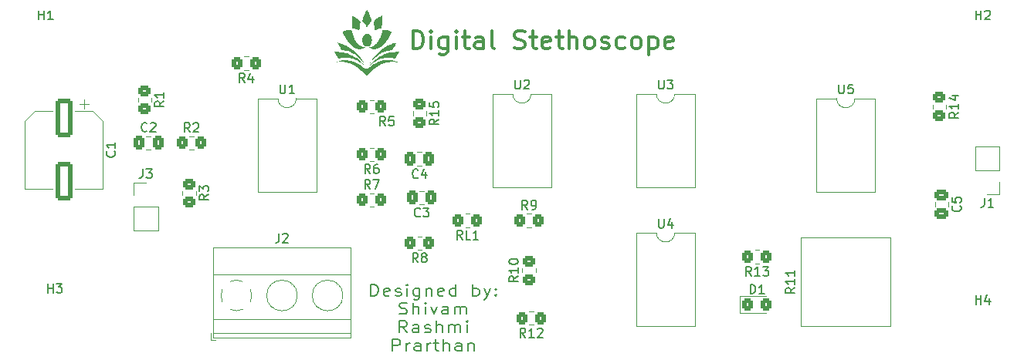
<source format=gto>
G04 #@! TF.GenerationSoftware,KiCad,Pcbnew,(6.0.10)*
G04 #@! TF.CreationDate,2023-03-10T15:43:37+05:30*
G04 #@! TF.ProjectId,EDL,45444c2e-6b69-4636-9164-5f7063625858,rev?*
G04 #@! TF.SameCoordinates,Original*
G04 #@! TF.FileFunction,Legend,Top*
G04 #@! TF.FilePolarity,Positive*
%FSLAX46Y46*%
G04 Gerber Fmt 4.6, Leading zero omitted, Abs format (unit mm)*
G04 Created by KiCad (PCBNEW (6.0.10)) date 2023-03-10 15:43:37*
%MOMM*%
%LPD*%
G01*
G04 APERTURE LIST*
G04 Aperture macros list*
%AMRoundRect*
0 Rectangle with rounded corners*
0 $1 Rounding radius*
0 $2 $3 $4 $5 $6 $7 $8 $9 X,Y pos of 4 corners*
0 Add a 4 corners polygon primitive as box body*
4,1,4,$2,$3,$4,$5,$6,$7,$8,$9,$2,$3,0*
0 Add four circle primitives for the rounded corners*
1,1,$1+$1,$2,$3*
1,1,$1+$1,$4,$5*
1,1,$1+$1,$6,$7*
1,1,$1+$1,$8,$9*
0 Add four rect primitives between the rounded corners*
20,1,$1+$1,$2,$3,$4,$5,0*
20,1,$1+$1,$4,$5,$6,$7,0*
20,1,$1+$1,$6,$7,$8,$9,0*
20,1,$1+$1,$8,$9,$2,$3,0*%
G04 Aperture macros list end*
%ADD10C,0.150000*%
%ADD11C,0.300000*%
%ADD12C,0.120000*%
%ADD13RoundRect,0.250000X0.350000X0.450000X-0.350000X0.450000X-0.350000X-0.450000X0.350000X-0.450000X0*%
%ADD14RoundRect,0.250000X-0.350000X-0.450000X0.350000X-0.450000X0.350000X0.450000X-0.350000X0.450000X0*%
%ADD15R,1.700000X1.700000*%
%ADD16O,1.700000X1.700000*%
%ADD17RoundRect,0.250000X0.450000X-0.350000X0.450000X0.350000X-0.450000X0.350000X-0.450000X-0.350000X0*%
%ADD18C,1.440000*%
%ADD19RoundRect,0.250000X-0.475000X0.337500X-0.475000X-0.337500X0.475000X-0.337500X0.475000X0.337500X0*%
%ADD20R,1.600000X1.600000*%
%ADD21O,1.600000X1.600000*%
%ADD22RoundRect,0.250000X-0.700000X1.825000X-0.700000X-1.825000X0.700000X-1.825000X0.700000X1.825000X0*%
%ADD23RoundRect,0.250000X-0.450000X0.350000X-0.450000X-0.350000X0.450000X-0.350000X0.450000X0.350000X0*%
%ADD24RoundRect,0.250000X-0.325000X-0.450000X0.325000X-0.450000X0.325000X0.450000X-0.325000X0.450000X0*%
%ADD25C,5.000000*%
%ADD26C,2.900000*%
%ADD27RoundRect,0.250000X0.337500X0.475000X-0.337500X0.475000X-0.337500X-0.475000X0.337500X-0.475000X0*%
%ADD28R,2.600000X2.600000*%
%ADD29C,2.600000*%
%ADD30RoundRect,0.250000X-0.337500X-0.475000X0.337500X-0.475000X0.337500X0.475000X-0.337500X0.475000X0*%
G04 APERTURE END LIST*
D10*
X96177857Y-90954226D02*
X96177857Y-89704226D01*
X96535000Y-89704226D01*
X96749285Y-89763750D01*
X96892142Y-89882797D01*
X96963571Y-90001845D01*
X97035000Y-90239940D01*
X97035000Y-90418511D01*
X96963571Y-90656607D01*
X96892142Y-90775654D01*
X96749285Y-90894702D01*
X96535000Y-90954226D01*
X96177857Y-90954226D01*
X98249285Y-90894702D02*
X98106428Y-90954226D01*
X97820714Y-90954226D01*
X97677857Y-90894702D01*
X97606428Y-90775654D01*
X97606428Y-90299464D01*
X97677857Y-90180416D01*
X97820714Y-90120892D01*
X98106428Y-90120892D01*
X98249285Y-90180416D01*
X98320714Y-90299464D01*
X98320714Y-90418511D01*
X97606428Y-90537559D01*
X98892142Y-90894702D02*
X99035000Y-90954226D01*
X99320714Y-90954226D01*
X99463571Y-90894702D01*
X99535000Y-90775654D01*
X99535000Y-90716130D01*
X99463571Y-90597083D01*
X99320714Y-90537559D01*
X99106428Y-90537559D01*
X98963571Y-90478035D01*
X98892142Y-90358988D01*
X98892142Y-90299464D01*
X98963571Y-90180416D01*
X99106428Y-90120892D01*
X99320714Y-90120892D01*
X99463571Y-90180416D01*
X100177857Y-90954226D02*
X100177857Y-90120892D01*
X100177857Y-89704226D02*
X100106428Y-89763750D01*
X100177857Y-89823273D01*
X100249285Y-89763750D01*
X100177857Y-89704226D01*
X100177857Y-89823273D01*
X101535000Y-90120892D02*
X101535000Y-91132797D01*
X101463571Y-91251845D01*
X101392142Y-91311369D01*
X101249285Y-91370892D01*
X101035000Y-91370892D01*
X100892142Y-91311369D01*
X101535000Y-90894702D02*
X101392142Y-90954226D01*
X101106428Y-90954226D01*
X100963571Y-90894702D01*
X100892142Y-90835178D01*
X100820714Y-90716130D01*
X100820714Y-90358988D01*
X100892142Y-90239940D01*
X100963571Y-90180416D01*
X101106428Y-90120892D01*
X101392142Y-90120892D01*
X101535000Y-90180416D01*
X102249285Y-90120892D02*
X102249285Y-90954226D01*
X102249285Y-90239940D02*
X102320714Y-90180416D01*
X102463571Y-90120892D01*
X102677857Y-90120892D01*
X102820714Y-90180416D01*
X102892142Y-90299464D01*
X102892142Y-90954226D01*
X104177857Y-90894702D02*
X104035000Y-90954226D01*
X103749285Y-90954226D01*
X103606428Y-90894702D01*
X103535000Y-90775654D01*
X103535000Y-90299464D01*
X103606428Y-90180416D01*
X103749285Y-90120892D01*
X104035000Y-90120892D01*
X104177857Y-90180416D01*
X104249285Y-90299464D01*
X104249285Y-90418511D01*
X103535000Y-90537559D01*
X105535000Y-90954226D02*
X105535000Y-89704226D01*
X105535000Y-90894702D02*
X105392142Y-90954226D01*
X105106428Y-90954226D01*
X104963571Y-90894702D01*
X104892142Y-90835178D01*
X104820714Y-90716130D01*
X104820714Y-90358988D01*
X104892142Y-90239940D01*
X104963571Y-90180416D01*
X105106428Y-90120892D01*
X105392142Y-90120892D01*
X105535000Y-90180416D01*
X107392142Y-90954226D02*
X107392142Y-89704226D01*
X107392142Y-90180416D02*
X107535000Y-90120892D01*
X107820714Y-90120892D01*
X107963571Y-90180416D01*
X108035000Y-90239940D01*
X108106428Y-90358988D01*
X108106428Y-90716130D01*
X108035000Y-90835178D01*
X107963571Y-90894702D01*
X107820714Y-90954226D01*
X107535000Y-90954226D01*
X107392142Y-90894702D01*
X108606428Y-90120892D02*
X108963571Y-90954226D01*
X109320714Y-90120892D02*
X108963571Y-90954226D01*
X108820714Y-91251845D01*
X108749285Y-91311369D01*
X108606428Y-91370892D01*
X109892142Y-90835178D02*
X109963571Y-90894702D01*
X109892142Y-90954226D01*
X109820714Y-90894702D01*
X109892142Y-90835178D01*
X109892142Y-90954226D01*
X109892142Y-90180416D02*
X109963571Y-90239940D01*
X109892142Y-90299464D01*
X109820714Y-90239940D01*
X109892142Y-90180416D01*
X109892142Y-90299464D01*
X99320714Y-92907202D02*
X99535000Y-92966726D01*
X99892142Y-92966726D01*
X100035000Y-92907202D01*
X100106428Y-92847678D01*
X100177857Y-92728630D01*
X100177857Y-92609583D01*
X100106428Y-92490535D01*
X100035000Y-92431011D01*
X99892142Y-92371488D01*
X99606428Y-92311964D01*
X99463571Y-92252440D01*
X99392142Y-92192916D01*
X99320714Y-92073869D01*
X99320714Y-91954821D01*
X99392142Y-91835773D01*
X99463571Y-91776250D01*
X99606428Y-91716726D01*
X99963571Y-91716726D01*
X100177857Y-91776250D01*
X100820714Y-92966726D02*
X100820714Y-91716726D01*
X101463571Y-92966726D02*
X101463571Y-92311964D01*
X101392142Y-92192916D01*
X101249285Y-92133392D01*
X101035000Y-92133392D01*
X100892142Y-92192916D01*
X100820714Y-92252440D01*
X102177857Y-92966726D02*
X102177857Y-92133392D01*
X102177857Y-91716726D02*
X102106428Y-91776250D01*
X102177857Y-91835773D01*
X102249285Y-91776250D01*
X102177857Y-91716726D01*
X102177857Y-91835773D01*
X102749285Y-92133392D02*
X103106428Y-92966726D01*
X103463571Y-92133392D01*
X104677857Y-92966726D02*
X104677857Y-92311964D01*
X104606428Y-92192916D01*
X104463571Y-92133392D01*
X104177857Y-92133392D01*
X104035000Y-92192916D01*
X104677857Y-92907202D02*
X104535000Y-92966726D01*
X104177857Y-92966726D01*
X104035000Y-92907202D01*
X103963571Y-92788154D01*
X103963571Y-92669107D01*
X104035000Y-92550059D01*
X104177857Y-92490535D01*
X104535000Y-92490535D01*
X104677857Y-92431011D01*
X105392142Y-92966726D02*
X105392142Y-92133392D01*
X105392142Y-92252440D02*
X105463571Y-92192916D01*
X105606428Y-92133392D01*
X105820714Y-92133392D01*
X105963571Y-92192916D01*
X106035000Y-92311964D01*
X106035000Y-92966726D01*
X106035000Y-92311964D02*
X106106428Y-92192916D01*
X106249285Y-92133392D01*
X106463571Y-92133392D01*
X106606428Y-92192916D01*
X106677857Y-92311964D01*
X106677857Y-92966726D01*
X100177857Y-94979226D02*
X99677857Y-94383988D01*
X99320714Y-94979226D02*
X99320714Y-93729226D01*
X99892142Y-93729226D01*
X100035000Y-93788750D01*
X100106428Y-93848273D01*
X100177857Y-93967321D01*
X100177857Y-94145892D01*
X100106428Y-94264940D01*
X100035000Y-94324464D01*
X99892142Y-94383988D01*
X99320714Y-94383988D01*
X101463571Y-94979226D02*
X101463571Y-94324464D01*
X101392142Y-94205416D01*
X101249285Y-94145892D01*
X100963571Y-94145892D01*
X100820714Y-94205416D01*
X101463571Y-94919702D02*
X101320714Y-94979226D01*
X100963571Y-94979226D01*
X100820714Y-94919702D01*
X100749285Y-94800654D01*
X100749285Y-94681607D01*
X100820714Y-94562559D01*
X100963571Y-94503035D01*
X101320714Y-94503035D01*
X101463571Y-94443511D01*
X102106428Y-94919702D02*
X102249285Y-94979226D01*
X102535000Y-94979226D01*
X102677857Y-94919702D01*
X102749285Y-94800654D01*
X102749285Y-94741130D01*
X102677857Y-94622083D01*
X102535000Y-94562559D01*
X102320714Y-94562559D01*
X102177857Y-94503035D01*
X102106428Y-94383988D01*
X102106428Y-94324464D01*
X102177857Y-94205416D01*
X102320714Y-94145892D01*
X102535000Y-94145892D01*
X102677857Y-94205416D01*
X103392142Y-94979226D02*
X103392142Y-93729226D01*
X104035000Y-94979226D02*
X104035000Y-94324464D01*
X103963571Y-94205416D01*
X103820714Y-94145892D01*
X103606428Y-94145892D01*
X103463571Y-94205416D01*
X103392142Y-94264940D01*
X104749285Y-94979226D02*
X104749285Y-94145892D01*
X104749285Y-94264940D02*
X104820714Y-94205416D01*
X104963571Y-94145892D01*
X105177857Y-94145892D01*
X105320714Y-94205416D01*
X105392142Y-94324464D01*
X105392142Y-94979226D01*
X105392142Y-94324464D02*
X105463571Y-94205416D01*
X105606428Y-94145892D01*
X105820714Y-94145892D01*
X105963571Y-94205416D01*
X106035000Y-94324464D01*
X106035000Y-94979226D01*
X106749285Y-94979226D02*
X106749285Y-94145892D01*
X106749285Y-93729226D02*
X106677857Y-93788750D01*
X106749285Y-93848273D01*
X106820714Y-93788750D01*
X106749285Y-93729226D01*
X106749285Y-93848273D01*
X98570714Y-96991726D02*
X98570714Y-95741726D01*
X99142142Y-95741726D01*
X99285000Y-95801250D01*
X99356428Y-95860773D01*
X99427857Y-95979821D01*
X99427857Y-96158392D01*
X99356428Y-96277440D01*
X99285000Y-96336964D01*
X99142142Y-96396488D01*
X98570714Y-96396488D01*
X100070714Y-96991726D02*
X100070714Y-96158392D01*
X100070714Y-96396488D02*
X100142142Y-96277440D01*
X100213571Y-96217916D01*
X100356428Y-96158392D01*
X100499285Y-96158392D01*
X101642142Y-96991726D02*
X101642142Y-96336964D01*
X101570714Y-96217916D01*
X101427857Y-96158392D01*
X101142142Y-96158392D01*
X100999285Y-96217916D01*
X101642142Y-96932202D02*
X101499285Y-96991726D01*
X101142142Y-96991726D01*
X100999285Y-96932202D01*
X100927857Y-96813154D01*
X100927857Y-96694107D01*
X100999285Y-96575059D01*
X101142142Y-96515535D01*
X101499285Y-96515535D01*
X101642142Y-96456011D01*
X102356428Y-96991726D02*
X102356428Y-96158392D01*
X102356428Y-96396488D02*
X102427857Y-96277440D01*
X102499285Y-96217916D01*
X102642142Y-96158392D01*
X102785000Y-96158392D01*
X103070714Y-96158392D02*
X103642142Y-96158392D01*
X103285000Y-95741726D02*
X103285000Y-96813154D01*
X103356428Y-96932202D01*
X103499285Y-96991726D01*
X103642142Y-96991726D01*
X104142142Y-96991726D02*
X104142142Y-95741726D01*
X104785000Y-96991726D02*
X104785000Y-96336964D01*
X104713571Y-96217916D01*
X104570714Y-96158392D01*
X104356428Y-96158392D01*
X104213571Y-96217916D01*
X104142142Y-96277440D01*
X106142142Y-96991726D02*
X106142142Y-96336964D01*
X106070714Y-96217916D01*
X105927857Y-96158392D01*
X105642142Y-96158392D01*
X105499285Y-96217916D01*
X106142142Y-96932202D02*
X105999285Y-96991726D01*
X105642142Y-96991726D01*
X105499285Y-96932202D01*
X105427857Y-96813154D01*
X105427857Y-96694107D01*
X105499285Y-96575059D01*
X105642142Y-96515535D01*
X105999285Y-96515535D01*
X106142142Y-96456011D01*
X106856428Y-96158392D02*
X106856428Y-96991726D01*
X106856428Y-96277440D02*
X106927857Y-96217916D01*
X107070714Y-96158392D01*
X107285000Y-96158392D01*
X107427857Y-96217916D01*
X107499285Y-96336964D01*
X107499285Y-96991726D01*
D11*
X100796904Y-63824761D02*
X100796904Y-61824761D01*
X101273095Y-61824761D01*
X101558809Y-61920000D01*
X101749285Y-62110476D01*
X101844523Y-62300952D01*
X101939761Y-62681904D01*
X101939761Y-62967619D01*
X101844523Y-63348571D01*
X101749285Y-63539047D01*
X101558809Y-63729523D01*
X101273095Y-63824761D01*
X100796904Y-63824761D01*
X102796904Y-63824761D02*
X102796904Y-62491428D01*
X102796904Y-61824761D02*
X102701666Y-61920000D01*
X102796904Y-62015238D01*
X102892142Y-61920000D01*
X102796904Y-61824761D01*
X102796904Y-62015238D01*
X104606428Y-62491428D02*
X104606428Y-64110476D01*
X104511190Y-64300952D01*
X104415952Y-64396190D01*
X104225476Y-64491428D01*
X103939761Y-64491428D01*
X103749285Y-64396190D01*
X104606428Y-63729523D02*
X104415952Y-63824761D01*
X104035000Y-63824761D01*
X103844523Y-63729523D01*
X103749285Y-63634285D01*
X103654047Y-63443809D01*
X103654047Y-62872380D01*
X103749285Y-62681904D01*
X103844523Y-62586666D01*
X104035000Y-62491428D01*
X104415952Y-62491428D01*
X104606428Y-62586666D01*
X105558809Y-63824761D02*
X105558809Y-62491428D01*
X105558809Y-61824761D02*
X105463571Y-61920000D01*
X105558809Y-62015238D01*
X105654047Y-61920000D01*
X105558809Y-61824761D01*
X105558809Y-62015238D01*
X106225476Y-62491428D02*
X106987380Y-62491428D01*
X106511190Y-61824761D02*
X106511190Y-63539047D01*
X106606428Y-63729523D01*
X106796904Y-63824761D01*
X106987380Y-63824761D01*
X108511190Y-63824761D02*
X108511190Y-62777142D01*
X108415952Y-62586666D01*
X108225476Y-62491428D01*
X107844523Y-62491428D01*
X107654047Y-62586666D01*
X108511190Y-63729523D02*
X108320714Y-63824761D01*
X107844523Y-63824761D01*
X107654047Y-63729523D01*
X107558809Y-63539047D01*
X107558809Y-63348571D01*
X107654047Y-63158095D01*
X107844523Y-63062857D01*
X108320714Y-63062857D01*
X108511190Y-62967619D01*
X109749285Y-63824761D02*
X109558809Y-63729523D01*
X109463571Y-63539047D01*
X109463571Y-61824761D01*
X111939761Y-63729523D02*
X112225476Y-63824761D01*
X112701666Y-63824761D01*
X112892142Y-63729523D01*
X112987380Y-63634285D01*
X113082619Y-63443809D01*
X113082619Y-63253333D01*
X112987380Y-63062857D01*
X112892142Y-62967619D01*
X112701666Y-62872380D01*
X112320714Y-62777142D01*
X112130238Y-62681904D01*
X112035000Y-62586666D01*
X111939761Y-62396190D01*
X111939761Y-62205714D01*
X112035000Y-62015238D01*
X112130238Y-61920000D01*
X112320714Y-61824761D01*
X112796904Y-61824761D01*
X113082619Y-61920000D01*
X113654047Y-62491428D02*
X114415952Y-62491428D01*
X113939761Y-61824761D02*
X113939761Y-63539047D01*
X114035000Y-63729523D01*
X114225476Y-63824761D01*
X114415952Y-63824761D01*
X115844523Y-63729523D02*
X115654047Y-63824761D01*
X115273095Y-63824761D01*
X115082619Y-63729523D01*
X114987380Y-63539047D01*
X114987380Y-62777142D01*
X115082619Y-62586666D01*
X115273095Y-62491428D01*
X115654047Y-62491428D01*
X115844523Y-62586666D01*
X115939761Y-62777142D01*
X115939761Y-62967619D01*
X114987380Y-63158095D01*
X116511190Y-62491428D02*
X117273095Y-62491428D01*
X116796904Y-61824761D02*
X116796904Y-63539047D01*
X116892142Y-63729523D01*
X117082619Y-63824761D01*
X117273095Y-63824761D01*
X117939761Y-63824761D02*
X117939761Y-61824761D01*
X118796904Y-63824761D02*
X118796904Y-62777142D01*
X118701666Y-62586666D01*
X118511190Y-62491428D01*
X118225476Y-62491428D01*
X118035000Y-62586666D01*
X117939761Y-62681904D01*
X120035000Y-63824761D02*
X119844523Y-63729523D01*
X119749285Y-63634285D01*
X119654047Y-63443809D01*
X119654047Y-62872380D01*
X119749285Y-62681904D01*
X119844523Y-62586666D01*
X120035000Y-62491428D01*
X120320714Y-62491428D01*
X120511190Y-62586666D01*
X120606428Y-62681904D01*
X120701666Y-62872380D01*
X120701666Y-63443809D01*
X120606428Y-63634285D01*
X120511190Y-63729523D01*
X120320714Y-63824761D01*
X120035000Y-63824761D01*
X121463571Y-63729523D02*
X121654047Y-63824761D01*
X122035000Y-63824761D01*
X122225476Y-63729523D01*
X122320714Y-63539047D01*
X122320714Y-63443809D01*
X122225476Y-63253333D01*
X122035000Y-63158095D01*
X121749285Y-63158095D01*
X121558809Y-63062857D01*
X121463571Y-62872380D01*
X121463571Y-62777142D01*
X121558809Y-62586666D01*
X121749285Y-62491428D01*
X122035000Y-62491428D01*
X122225476Y-62586666D01*
X124035000Y-63729523D02*
X123844523Y-63824761D01*
X123463571Y-63824761D01*
X123273095Y-63729523D01*
X123177857Y-63634285D01*
X123082619Y-63443809D01*
X123082619Y-62872380D01*
X123177857Y-62681904D01*
X123273095Y-62586666D01*
X123463571Y-62491428D01*
X123844523Y-62491428D01*
X124035000Y-62586666D01*
X125177857Y-63824761D02*
X124987380Y-63729523D01*
X124892142Y-63634285D01*
X124796904Y-63443809D01*
X124796904Y-62872380D01*
X124892142Y-62681904D01*
X124987380Y-62586666D01*
X125177857Y-62491428D01*
X125463571Y-62491428D01*
X125654047Y-62586666D01*
X125749285Y-62681904D01*
X125844523Y-62872380D01*
X125844523Y-63443809D01*
X125749285Y-63634285D01*
X125654047Y-63729523D01*
X125463571Y-63824761D01*
X125177857Y-63824761D01*
X126701666Y-62491428D02*
X126701666Y-64491428D01*
X126701666Y-62586666D02*
X126892142Y-62491428D01*
X127273095Y-62491428D01*
X127463571Y-62586666D01*
X127558809Y-62681904D01*
X127654047Y-62872380D01*
X127654047Y-63443809D01*
X127558809Y-63634285D01*
X127463571Y-63729523D01*
X127273095Y-63824761D01*
X126892142Y-63824761D01*
X126701666Y-63729523D01*
X129273095Y-63729523D02*
X129082619Y-63824761D01*
X128701666Y-63824761D01*
X128511190Y-63729523D01*
X128415952Y-63539047D01*
X128415952Y-62777142D01*
X128511190Y-62586666D01*
X128701666Y-62491428D01*
X129082619Y-62491428D01*
X129273095Y-62586666D01*
X129368333Y-62777142D01*
X129368333Y-62967619D01*
X128415952Y-63158095D01*
D10*
X101368333Y-87272380D02*
X101035000Y-86796190D01*
X100796904Y-87272380D02*
X100796904Y-86272380D01*
X101177857Y-86272380D01*
X101273095Y-86320000D01*
X101320714Y-86367619D01*
X101368333Y-86462857D01*
X101368333Y-86605714D01*
X101320714Y-86700952D01*
X101273095Y-86748571D01*
X101177857Y-86796190D01*
X100796904Y-86796190D01*
X101939761Y-86700952D02*
X101844523Y-86653333D01*
X101796904Y-86605714D01*
X101749285Y-86510476D01*
X101749285Y-86462857D01*
X101796904Y-86367619D01*
X101844523Y-86320000D01*
X101939761Y-86272380D01*
X102130238Y-86272380D01*
X102225476Y-86320000D01*
X102273095Y-86367619D01*
X102320714Y-86462857D01*
X102320714Y-86510476D01*
X102273095Y-86605714D01*
X102225476Y-86653333D01*
X102130238Y-86700952D01*
X101939761Y-86700952D01*
X101844523Y-86748571D01*
X101796904Y-86796190D01*
X101749285Y-86891428D01*
X101749285Y-87081904D01*
X101796904Y-87177142D01*
X101844523Y-87224761D01*
X101939761Y-87272380D01*
X102130238Y-87272380D01*
X102225476Y-87224761D01*
X102273095Y-87177142D01*
X102320714Y-87081904D01*
X102320714Y-86891428D01*
X102273095Y-86796190D01*
X102225476Y-86748571D01*
X102130238Y-86700952D01*
X76368333Y-72972380D02*
X76035000Y-72496190D01*
X75796904Y-72972380D02*
X75796904Y-71972380D01*
X76177857Y-71972380D01*
X76273095Y-72020000D01*
X76320714Y-72067619D01*
X76368333Y-72162857D01*
X76368333Y-72305714D01*
X76320714Y-72400952D01*
X76273095Y-72448571D01*
X76177857Y-72496190D01*
X75796904Y-72496190D01*
X76749285Y-72067619D02*
X76796904Y-72020000D01*
X76892142Y-71972380D01*
X77130238Y-71972380D01*
X77225476Y-72020000D01*
X77273095Y-72067619D01*
X77320714Y-72162857D01*
X77320714Y-72258095D01*
X77273095Y-72400952D01*
X76701666Y-72972380D01*
X77320714Y-72972380D01*
X97784999Y-72272380D02*
X97451666Y-71796190D01*
X97213570Y-72272380D02*
X97213570Y-71272380D01*
X97594523Y-71272380D01*
X97689761Y-71320000D01*
X97737380Y-71367619D01*
X97784999Y-71462857D01*
X97784999Y-71605714D01*
X97737380Y-71700952D01*
X97689761Y-71748571D01*
X97594523Y-71796190D01*
X97213570Y-71796190D01*
X98689761Y-71272380D02*
X98213570Y-71272380D01*
X98165951Y-71748571D01*
X98213570Y-71700952D01*
X98308808Y-71653333D01*
X98546904Y-71653333D01*
X98642142Y-71700952D01*
X98689761Y-71748571D01*
X98737380Y-71843809D01*
X98737380Y-72081904D01*
X98689761Y-72177142D01*
X98642142Y-72224761D01*
X98546904Y-72272380D01*
X98308808Y-72272380D01*
X98213570Y-72224761D01*
X98165951Y-72177142D01*
X82368333Y-67522380D02*
X82035000Y-67046190D01*
X81796904Y-67522380D02*
X81796904Y-66522380D01*
X82177857Y-66522380D01*
X82273095Y-66570000D01*
X82320714Y-66617619D01*
X82368333Y-66712857D01*
X82368333Y-66855714D01*
X82320714Y-66950952D01*
X82273095Y-66998571D01*
X82177857Y-67046190D01*
X81796904Y-67046190D01*
X83225476Y-66855714D02*
X83225476Y-67522380D01*
X82987380Y-66474761D02*
X82749285Y-67189047D01*
X83368333Y-67189047D01*
X137892142Y-88772380D02*
X137558809Y-88296190D01*
X137320714Y-88772380D02*
X137320714Y-87772380D01*
X137701666Y-87772380D01*
X137796904Y-87820000D01*
X137844523Y-87867619D01*
X137892142Y-87962857D01*
X137892142Y-88105714D01*
X137844523Y-88200952D01*
X137796904Y-88248571D01*
X137701666Y-88296190D01*
X137320714Y-88296190D01*
X138844523Y-88772380D02*
X138273095Y-88772380D01*
X138558809Y-88772380D02*
X138558809Y-87772380D01*
X138463571Y-87915238D01*
X138368333Y-88010476D01*
X138273095Y-88058095D01*
X139177857Y-87772380D02*
X139796904Y-87772380D01*
X139463571Y-88153333D01*
X139606428Y-88153333D01*
X139701666Y-88200952D01*
X139749285Y-88248571D01*
X139796904Y-88343809D01*
X139796904Y-88581904D01*
X139749285Y-88677142D01*
X139701666Y-88724761D01*
X139606428Y-88772380D01*
X139320714Y-88772380D01*
X139225476Y-88724761D01*
X139177857Y-88677142D01*
X96118333Y-79222380D02*
X95785000Y-78746190D01*
X95546904Y-79222380D02*
X95546904Y-78222380D01*
X95927857Y-78222380D01*
X96023095Y-78270000D01*
X96070714Y-78317619D01*
X96118333Y-78412857D01*
X96118333Y-78555714D01*
X96070714Y-78650952D01*
X96023095Y-78698571D01*
X95927857Y-78746190D01*
X95546904Y-78746190D01*
X96451666Y-78222380D02*
X97118333Y-78222380D01*
X96689761Y-79222380D01*
X163451666Y-80227380D02*
X163451666Y-80941666D01*
X163404047Y-81084523D01*
X163308809Y-81179761D01*
X163165952Y-81227380D01*
X163070714Y-81227380D01*
X164451666Y-81227380D02*
X163880238Y-81227380D01*
X164165952Y-81227380D02*
X164165952Y-80227380D01*
X164070714Y-80370238D01*
X163975476Y-80465476D01*
X163880238Y-80513095D01*
X112337380Y-88812857D02*
X111861190Y-89146190D01*
X112337380Y-89384285D02*
X111337380Y-89384285D01*
X111337380Y-89003333D01*
X111385000Y-88908095D01*
X111432619Y-88860476D01*
X111527857Y-88812857D01*
X111670714Y-88812857D01*
X111765952Y-88860476D01*
X111813571Y-88908095D01*
X111861190Y-89003333D01*
X111861190Y-89384285D01*
X112337380Y-87860476D02*
X112337380Y-88431904D01*
X112337380Y-88146190D02*
X111337380Y-88146190D01*
X111480238Y-88241428D01*
X111575476Y-88336666D01*
X111623095Y-88431904D01*
X111337380Y-87241428D02*
X111337380Y-87146190D01*
X111385000Y-87050952D01*
X111432619Y-87003333D01*
X111527857Y-86955714D01*
X111718333Y-86908095D01*
X111956428Y-86908095D01*
X112146904Y-86955714D01*
X112242142Y-87003333D01*
X112289761Y-87050952D01*
X112337380Y-87146190D01*
X112337380Y-87241428D01*
X112289761Y-87336666D01*
X112242142Y-87384285D01*
X112146904Y-87431904D01*
X111956428Y-87479523D01*
X111718333Y-87479523D01*
X111527857Y-87431904D01*
X111432619Y-87384285D01*
X111385000Y-87336666D01*
X111337380Y-87241428D01*
X142682380Y-90077857D02*
X142206190Y-90411190D01*
X142682380Y-90649285D02*
X141682380Y-90649285D01*
X141682380Y-90268333D01*
X141730000Y-90173095D01*
X141777619Y-90125476D01*
X141872857Y-90077857D01*
X142015714Y-90077857D01*
X142110952Y-90125476D01*
X142158571Y-90173095D01*
X142206190Y-90268333D01*
X142206190Y-90649285D01*
X142682380Y-89125476D02*
X142682380Y-89696904D01*
X142682380Y-89411190D02*
X141682380Y-89411190D01*
X141825238Y-89506428D01*
X141920476Y-89601666D01*
X141968095Y-89696904D01*
X142682380Y-88173095D02*
X142682380Y-88744523D01*
X142682380Y-88458809D02*
X141682380Y-88458809D01*
X141825238Y-88554047D01*
X141920476Y-88649285D01*
X141968095Y-88744523D01*
X160822142Y-81086666D02*
X160869761Y-81134285D01*
X160917380Y-81277142D01*
X160917380Y-81372380D01*
X160869761Y-81515238D01*
X160774523Y-81610476D01*
X160679285Y-81658095D01*
X160488809Y-81705714D01*
X160345952Y-81705714D01*
X160155476Y-81658095D01*
X160060238Y-81610476D01*
X159965000Y-81515238D01*
X159917380Y-81372380D01*
X159917380Y-81277142D01*
X159965000Y-81134285D01*
X160012619Y-81086666D01*
X159917380Y-80181904D02*
X159917380Y-80658095D01*
X160393571Y-80705714D01*
X160345952Y-80658095D01*
X160298333Y-80562857D01*
X160298333Y-80324761D01*
X160345952Y-80229523D01*
X160393571Y-80181904D01*
X160488809Y-80134285D01*
X160726904Y-80134285D01*
X160822142Y-80181904D01*
X160869761Y-80229523D01*
X160917380Y-80324761D01*
X160917380Y-80562857D01*
X160869761Y-80658095D01*
X160822142Y-80705714D01*
X127753095Y-82492380D02*
X127753095Y-83301904D01*
X127800714Y-83397142D01*
X127848333Y-83444761D01*
X127943571Y-83492380D01*
X128134047Y-83492380D01*
X128229285Y-83444761D01*
X128276904Y-83397142D01*
X128324523Y-83301904D01*
X128324523Y-82492380D01*
X129229285Y-82825714D02*
X129229285Y-83492380D01*
X128991190Y-82444761D02*
X128753095Y-83159047D01*
X129372142Y-83159047D01*
X68092142Y-75086666D02*
X68139761Y-75134285D01*
X68187380Y-75277142D01*
X68187380Y-75372380D01*
X68139761Y-75515238D01*
X68044523Y-75610476D01*
X67949285Y-75658095D01*
X67758809Y-75705714D01*
X67615952Y-75705714D01*
X67425476Y-75658095D01*
X67330238Y-75610476D01*
X67235000Y-75515238D01*
X67187380Y-75372380D01*
X67187380Y-75277142D01*
X67235000Y-75134285D01*
X67282619Y-75086666D01*
X68187380Y-74134285D02*
X68187380Y-74705714D01*
X68187380Y-74420000D02*
X67187380Y-74420000D01*
X67330238Y-74515238D01*
X67425476Y-74610476D01*
X67473095Y-74705714D01*
X103637380Y-71562857D02*
X103161190Y-71896190D01*
X103637380Y-72134285D02*
X102637380Y-72134285D01*
X102637380Y-71753333D01*
X102685000Y-71658095D01*
X102732619Y-71610476D01*
X102827857Y-71562857D01*
X102970714Y-71562857D01*
X103065952Y-71610476D01*
X103113571Y-71658095D01*
X103161190Y-71753333D01*
X103161190Y-72134285D01*
X103637380Y-70610476D02*
X103637380Y-71181904D01*
X103637380Y-70896190D02*
X102637380Y-70896190D01*
X102780238Y-70991428D01*
X102875476Y-71086666D01*
X102923095Y-71181904D01*
X102637380Y-69705714D02*
X102637380Y-70181904D01*
X103113571Y-70229523D01*
X103065952Y-70181904D01*
X103018333Y-70086666D01*
X103018333Y-69848571D01*
X103065952Y-69753333D01*
X103113571Y-69705714D01*
X103208809Y-69658095D01*
X103446904Y-69658095D01*
X103542142Y-69705714D01*
X103589761Y-69753333D01*
X103637380Y-69848571D01*
X103637380Y-70086666D01*
X103589761Y-70181904D01*
X103542142Y-70229523D01*
X112003095Y-67242380D02*
X112003095Y-68051904D01*
X112050714Y-68147142D01*
X112098333Y-68194761D01*
X112193571Y-68242380D01*
X112384047Y-68242380D01*
X112479285Y-68194761D01*
X112526904Y-68147142D01*
X112574523Y-68051904D01*
X112574523Y-67242380D01*
X113003095Y-67337619D02*
X113050714Y-67290000D01*
X113145952Y-67242380D01*
X113384047Y-67242380D01*
X113479285Y-67290000D01*
X113526904Y-67337619D01*
X113574523Y-67432857D01*
X113574523Y-67528095D01*
X113526904Y-67670952D01*
X112955476Y-68242380D01*
X113574523Y-68242380D01*
X147503095Y-67742380D02*
X147503095Y-68551904D01*
X147550714Y-68647142D01*
X147598333Y-68694761D01*
X147693571Y-68742380D01*
X147884047Y-68742380D01*
X147979285Y-68694761D01*
X148026904Y-68647142D01*
X148074523Y-68551904D01*
X148074523Y-67742380D01*
X149026904Y-67742380D02*
X148550714Y-67742380D01*
X148503095Y-68218571D01*
X148550714Y-68170952D01*
X148645952Y-68123333D01*
X148884047Y-68123333D01*
X148979285Y-68170952D01*
X149026904Y-68218571D01*
X149074523Y-68313809D01*
X149074523Y-68551904D01*
X149026904Y-68647142D01*
X148979285Y-68694761D01*
X148884047Y-68742380D01*
X148645952Y-68742380D01*
X148550714Y-68694761D01*
X148503095Y-68647142D01*
X160637380Y-70812857D02*
X160161190Y-71146190D01*
X160637380Y-71384285D02*
X159637380Y-71384285D01*
X159637380Y-71003333D01*
X159685000Y-70908095D01*
X159732619Y-70860476D01*
X159827857Y-70812857D01*
X159970714Y-70812857D01*
X160065952Y-70860476D01*
X160113571Y-70908095D01*
X160161190Y-71003333D01*
X160161190Y-71384285D01*
X160637380Y-69860476D02*
X160637380Y-70431904D01*
X160637380Y-70146190D02*
X159637380Y-70146190D01*
X159780238Y-70241428D01*
X159875476Y-70336666D01*
X159923095Y-70431904D01*
X159970714Y-69003333D02*
X160637380Y-69003333D01*
X159589761Y-69241428D02*
X160304047Y-69479523D01*
X160304047Y-68860476D01*
X127753095Y-67242380D02*
X127753095Y-68051904D01*
X127800714Y-68147142D01*
X127848333Y-68194761D01*
X127943571Y-68242380D01*
X128134047Y-68242380D01*
X128229285Y-68194761D01*
X128276904Y-68147142D01*
X128324523Y-68051904D01*
X128324523Y-67242380D01*
X128705476Y-67242380D02*
X129324523Y-67242380D01*
X128991190Y-67623333D01*
X129134047Y-67623333D01*
X129229285Y-67670952D01*
X129276904Y-67718571D01*
X129324523Y-67813809D01*
X129324523Y-68051904D01*
X129276904Y-68147142D01*
X129229285Y-68194761D01*
X129134047Y-68242380D01*
X128848333Y-68242380D01*
X128753095Y-68194761D01*
X128705476Y-68147142D01*
X137796904Y-90722380D02*
X137796904Y-89722380D01*
X138035000Y-89722380D01*
X138177857Y-89770000D01*
X138273095Y-89865238D01*
X138320714Y-89960476D01*
X138368333Y-90150952D01*
X138368333Y-90293809D01*
X138320714Y-90484285D01*
X138273095Y-90579523D01*
X138177857Y-90674761D01*
X138035000Y-90722380D01*
X137796904Y-90722380D01*
X139320714Y-90722380D02*
X138749285Y-90722380D01*
X139035000Y-90722380D02*
X139035000Y-89722380D01*
X138939761Y-89865238D01*
X138844523Y-89960476D01*
X138749285Y-90008095D01*
X96118333Y-77522380D02*
X95785000Y-77046190D01*
X95546904Y-77522380D02*
X95546904Y-76522380D01*
X95927857Y-76522380D01*
X96023095Y-76570000D01*
X96070714Y-76617619D01*
X96118333Y-76712857D01*
X96118333Y-76855714D01*
X96070714Y-76950952D01*
X96023095Y-76998571D01*
X95927857Y-77046190D01*
X95546904Y-77046190D01*
X96975476Y-76522380D02*
X96785000Y-76522380D01*
X96689761Y-76570000D01*
X96642142Y-76617619D01*
X96546904Y-76760476D01*
X96499285Y-76950952D01*
X96499285Y-77331904D01*
X96546904Y-77427142D01*
X96594523Y-77474761D01*
X96689761Y-77522380D01*
X96880238Y-77522380D01*
X96975476Y-77474761D01*
X97023095Y-77427142D01*
X97070714Y-77331904D01*
X97070714Y-77093809D01*
X97023095Y-76998571D01*
X96975476Y-76950952D01*
X96880238Y-76903333D01*
X96689761Y-76903333D01*
X96594523Y-76950952D01*
X96546904Y-76998571D01*
X96499285Y-77093809D01*
X60773095Y-90622380D02*
X60773095Y-89622380D01*
X60773095Y-90098571D02*
X61344523Y-90098571D01*
X61344523Y-90622380D02*
X61344523Y-89622380D01*
X61725476Y-89622380D02*
X62344523Y-89622380D01*
X62011190Y-90003333D01*
X62154047Y-90003333D01*
X62249285Y-90050952D01*
X62296904Y-90098571D01*
X62344523Y-90193809D01*
X62344523Y-90431904D01*
X62296904Y-90527142D01*
X62249285Y-90574761D01*
X62154047Y-90622380D01*
X61868333Y-90622380D01*
X61773095Y-90574761D01*
X61725476Y-90527142D01*
X59773095Y-60622380D02*
X59773095Y-59622380D01*
X59773095Y-60098571D02*
X60344523Y-60098571D01*
X60344523Y-60622380D02*
X60344523Y-59622380D01*
X61344523Y-60622380D02*
X60773095Y-60622380D01*
X61058809Y-60622380D02*
X61058809Y-59622380D01*
X60963571Y-59765238D01*
X60868333Y-59860476D01*
X60773095Y-59908095D01*
X101368331Y-77957142D02*
X101320712Y-78004761D01*
X101177855Y-78052380D01*
X101082617Y-78052380D01*
X100939759Y-78004761D01*
X100844521Y-77909523D01*
X100796902Y-77814285D01*
X100749283Y-77623809D01*
X100749283Y-77480952D01*
X100796902Y-77290476D01*
X100844521Y-77195238D01*
X100939759Y-77100000D01*
X101082617Y-77052380D01*
X101177855Y-77052380D01*
X101320712Y-77100000D01*
X101368331Y-77147619D01*
X102225474Y-77385714D02*
X102225474Y-78052380D01*
X101987378Y-77004761D02*
X101749283Y-77719047D01*
X102368331Y-77719047D01*
X162523095Y-60622380D02*
X162523095Y-59622380D01*
X162523095Y-60098571D02*
X163094523Y-60098571D01*
X163094523Y-60622380D02*
X163094523Y-59622380D01*
X163523095Y-59717619D02*
X163570714Y-59670000D01*
X163665952Y-59622380D01*
X163904047Y-59622380D01*
X163999285Y-59670000D01*
X164046904Y-59717619D01*
X164094523Y-59812857D01*
X164094523Y-59908095D01*
X164046904Y-60050952D01*
X163475476Y-60622380D01*
X164094523Y-60622380D01*
X86121666Y-84112380D02*
X86121666Y-84826666D01*
X86074047Y-84969523D01*
X85978809Y-85064761D01*
X85835952Y-85112380D01*
X85740714Y-85112380D01*
X86550238Y-84207619D02*
X86597857Y-84160000D01*
X86693095Y-84112380D01*
X86931190Y-84112380D01*
X87026428Y-84160000D01*
X87074047Y-84207619D01*
X87121666Y-84302857D01*
X87121666Y-84398095D01*
X87074047Y-84540952D01*
X86502619Y-85112380D01*
X87121666Y-85112380D01*
X101618333Y-82207142D02*
X101570714Y-82254761D01*
X101427857Y-82302380D01*
X101332619Y-82302380D01*
X101189761Y-82254761D01*
X101094523Y-82159523D01*
X101046904Y-82064285D01*
X100999285Y-81873809D01*
X100999285Y-81730952D01*
X101046904Y-81540476D01*
X101094523Y-81445238D01*
X101189761Y-81350000D01*
X101332619Y-81302380D01*
X101427857Y-81302380D01*
X101570714Y-81350000D01*
X101618333Y-81397619D01*
X101951666Y-81302380D02*
X102570714Y-81302380D01*
X102237380Y-81683333D01*
X102380238Y-81683333D01*
X102475476Y-81730952D01*
X102523095Y-81778571D01*
X102570714Y-81873809D01*
X102570714Y-82111904D01*
X102523095Y-82207142D01*
X102475476Y-82254761D01*
X102380238Y-82302380D01*
X102094523Y-82302380D01*
X101999285Y-82254761D01*
X101951666Y-82207142D01*
X162523095Y-91872380D02*
X162523095Y-90872380D01*
X162523095Y-91348571D02*
X163094523Y-91348571D01*
X163094523Y-91872380D02*
X163094523Y-90872380D01*
X163999285Y-91205714D02*
X163999285Y-91872380D01*
X163761190Y-90824761D02*
X163523095Y-91539047D01*
X164142142Y-91539047D01*
X86253095Y-67742380D02*
X86253095Y-68551904D01*
X86300714Y-68647142D01*
X86348333Y-68694761D01*
X86443571Y-68742380D01*
X86634047Y-68742380D01*
X86729285Y-68694761D01*
X86776904Y-68647142D01*
X86824523Y-68551904D01*
X86824523Y-67742380D01*
X87824523Y-68742380D02*
X87253095Y-68742380D01*
X87538809Y-68742380D02*
X87538809Y-67742380D01*
X87443571Y-67885238D01*
X87348333Y-67980476D01*
X87253095Y-68028095D01*
X113142142Y-95522380D02*
X112808809Y-95046190D01*
X112570714Y-95522380D02*
X112570714Y-94522380D01*
X112951666Y-94522380D01*
X113046904Y-94570000D01*
X113094523Y-94617619D01*
X113142142Y-94712857D01*
X113142142Y-94855714D01*
X113094523Y-94950952D01*
X113046904Y-94998571D01*
X112951666Y-95046190D01*
X112570714Y-95046190D01*
X114094523Y-95522380D02*
X113523095Y-95522380D01*
X113808809Y-95522380D02*
X113808809Y-94522380D01*
X113713571Y-94665238D01*
X113618333Y-94760476D01*
X113523095Y-94808095D01*
X114475476Y-94617619D02*
X114523095Y-94570000D01*
X114618333Y-94522380D01*
X114856428Y-94522380D01*
X114951666Y-94570000D01*
X114999285Y-94617619D01*
X115046904Y-94712857D01*
X115046904Y-94808095D01*
X114999285Y-94950952D01*
X114427857Y-95522380D01*
X115046904Y-95522380D01*
X73512380Y-69586666D02*
X73036190Y-69920000D01*
X73512380Y-70158095D02*
X72512380Y-70158095D01*
X72512380Y-69777142D01*
X72560000Y-69681904D01*
X72607619Y-69634285D01*
X72702857Y-69586666D01*
X72845714Y-69586666D01*
X72940952Y-69634285D01*
X72988571Y-69681904D01*
X73036190Y-69777142D01*
X73036190Y-70158095D01*
X73512380Y-68634285D02*
X73512380Y-69205714D01*
X73512380Y-68920000D02*
X72512380Y-68920000D01*
X72655238Y-69015238D01*
X72750476Y-69110476D01*
X72798095Y-69205714D01*
X78387380Y-79836666D02*
X77911190Y-80170000D01*
X78387380Y-80408095D02*
X77387380Y-80408095D01*
X77387380Y-80027142D01*
X77435000Y-79931904D01*
X77482619Y-79884285D01*
X77577857Y-79836666D01*
X77720714Y-79836666D01*
X77815952Y-79884285D01*
X77863571Y-79931904D01*
X77911190Y-80027142D01*
X77911190Y-80408095D01*
X77387380Y-79503333D02*
X77387380Y-78884285D01*
X77768333Y-79217619D01*
X77768333Y-79074761D01*
X77815952Y-78979523D01*
X77863571Y-78931904D01*
X77958809Y-78884285D01*
X78196904Y-78884285D01*
X78292142Y-78931904D01*
X78339761Y-78979523D01*
X78387380Y-79074761D01*
X78387380Y-79360476D01*
X78339761Y-79455714D01*
X78292142Y-79503333D01*
X113368333Y-81472380D02*
X113035000Y-80996190D01*
X112796904Y-81472380D02*
X112796904Y-80472380D01*
X113177857Y-80472380D01*
X113273095Y-80520000D01*
X113320714Y-80567619D01*
X113368333Y-80662857D01*
X113368333Y-80805714D01*
X113320714Y-80900952D01*
X113273095Y-80948571D01*
X113177857Y-80996190D01*
X112796904Y-80996190D01*
X113844523Y-81472380D02*
X114035000Y-81472380D01*
X114130238Y-81424761D01*
X114177857Y-81377142D01*
X114273095Y-81234285D01*
X114320714Y-81043809D01*
X114320714Y-80662857D01*
X114273095Y-80567619D01*
X114225476Y-80520000D01*
X114130238Y-80472380D01*
X113939761Y-80472380D01*
X113844523Y-80520000D01*
X113796904Y-80567619D01*
X113749285Y-80662857D01*
X113749285Y-80900952D01*
X113796904Y-80996190D01*
X113844523Y-81043809D01*
X113939761Y-81091428D01*
X114130238Y-81091428D01*
X114225476Y-81043809D01*
X114273095Y-80996190D01*
X114320714Y-80900952D01*
X71201666Y-77017380D02*
X71201666Y-77731666D01*
X71154047Y-77874523D01*
X71058809Y-77969761D01*
X70915952Y-78017380D01*
X70820714Y-78017380D01*
X71582619Y-77017380D02*
X72201666Y-77017380D01*
X71868333Y-77398333D01*
X72011190Y-77398333D01*
X72106428Y-77445952D01*
X72154047Y-77493571D01*
X72201666Y-77588809D01*
X72201666Y-77826904D01*
X72154047Y-77922142D01*
X72106428Y-77969761D01*
X72011190Y-78017380D01*
X71725476Y-78017380D01*
X71630238Y-77969761D01*
X71582619Y-77922142D01*
X71655833Y-72847142D02*
X71608214Y-72894761D01*
X71465357Y-72942380D01*
X71370119Y-72942380D01*
X71227261Y-72894761D01*
X71132023Y-72799523D01*
X71084404Y-72704285D01*
X71036785Y-72513809D01*
X71036785Y-72370952D01*
X71084404Y-72180476D01*
X71132023Y-72085238D01*
X71227261Y-71990000D01*
X71370119Y-71942380D01*
X71465357Y-71942380D01*
X71608214Y-71990000D01*
X71655833Y-72037619D01*
X72036785Y-72037619D02*
X72084404Y-71990000D01*
X72179642Y-71942380D01*
X72417738Y-71942380D01*
X72512976Y-71990000D01*
X72560595Y-72037619D01*
X72608214Y-72132857D01*
X72608214Y-72228095D01*
X72560595Y-72370952D01*
X71989166Y-72942380D01*
X72608214Y-72942380D01*
X106213571Y-84772380D02*
X105880238Y-84296190D01*
X105642142Y-84772380D02*
X105642142Y-83772380D01*
X106023095Y-83772380D01*
X106118333Y-83820000D01*
X106165952Y-83867619D01*
X106213571Y-83962857D01*
X106213571Y-84105714D01*
X106165952Y-84200952D01*
X106118333Y-84248571D01*
X106023095Y-84296190D01*
X105642142Y-84296190D01*
X107118333Y-84772380D02*
X106642142Y-84772380D01*
X106642142Y-83772380D01*
X107975476Y-84772380D02*
X107404047Y-84772380D01*
X107689761Y-84772380D02*
X107689761Y-83772380D01*
X107594523Y-83915238D01*
X107499285Y-84010476D01*
X107404047Y-84058095D01*
D12*
X101762064Y-85905000D02*
X101307936Y-85905000D01*
X101762064Y-84435000D02*
X101307936Y-84435000D01*
X76307936Y-74905000D02*
X76762064Y-74905000D01*
X76307936Y-73435000D02*
X76762064Y-73435000D01*
X96512064Y-70905000D02*
X96057936Y-70905000D01*
X96512064Y-69435000D02*
X96057936Y-69435000D01*
X82762064Y-66155000D02*
X82307936Y-66155000D01*
X82762064Y-64685000D02*
X82307936Y-64685000D01*
X138762064Y-85935000D02*
X138307936Y-85935000D01*
X138762064Y-87405000D02*
X138307936Y-87405000D01*
X96057936Y-81155000D02*
X96512064Y-81155000D01*
X96057936Y-79685000D02*
X96512064Y-79685000D01*
X165115000Y-74575000D02*
X162455000Y-74575000D01*
X165115000Y-77175000D02*
X165115000Y-74575000D01*
X165115000Y-78445000D02*
X165115000Y-79775000D01*
X162455000Y-77175000D02*
X162455000Y-74575000D01*
X165115000Y-77175000D02*
X162455000Y-77175000D01*
X165115000Y-79775000D02*
X163785000Y-79775000D01*
X112800000Y-88397064D02*
X112800000Y-87942936D01*
X114270000Y-88397064D02*
X114270000Y-87942936D01*
X153130000Y-94320000D02*
X153130000Y-84550000D01*
X143360000Y-94320000D02*
X153130000Y-94320000D01*
X143360000Y-94320000D02*
X143360000Y-84550000D01*
X143360000Y-84550000D02*
X153130000Y-84550000D01*
X158050000Y-80658748D02*
X158050000Y-81181252D01*
X159520000Y-80658748D02*
X159520000Y-81181252D01*
X127515000Y-84040000D02*
X125280000Y-84040000D01*
X125280000Y-94320000D02*
X131750000Y-94320000D01*
X131750000Y-94320000D02*
X131750000Y-84040000D01*
X125280000Y-84040000D02*
X125280000Y-94320000D01*
X131750000Y-84040000D02*
X129515000Y-84040000D01*
X127515000Y-84040000D02*
G75*
G03*
X129515000Y-84040000I1000000J0D01*
G01*
X58275000Y-71724437D02*
X58275000Y-79180000D01*
X65730563Y-70660000D02*
X63745000Y-70660000D01*
X65730563Y-70660000D02*
X66795000Y-71724437D01*
X66795000Y-79180000D02*
X63745000Y-79180000D01*
X64745000Y-69420000D02*
X64745000Y-70420000D01*
X58275000Y-79180000D02*
X61325000Y-79180000D01*
X59339437Y-70660000D02*
X58275000Y-71724437D01*
X65245000Y-69920000D02*
X64245000Y-69920000D01*
X59339437Y-70660000D02*
X61325000Y-70660000D01*
X66795000Y-71724437D02*
X66795000Y-79180000D01*
X100800000Y-70692936D02*
X100800000Y-71147064D01*
X102270000Y-70692936D02*
X102270000Y-71147064D01*
X116000000Y-68790000D02*
X113765000Y-68790000D01*
X111765000Y-68790000D02*
X109530000Y-68790000D01*
X116000000Y-79070000D02*
X116000000Y-68790000D01*
X109530000Y-68790000D02*
X109530000Y-79070000D01*
X109530000Y-79070000D02*
X116000000Y-79070000D01*
X111765000Y-68790000D02*
G75*
G03*
X113765000Y-68790000I1000000J0D01*
G01*
X151500000Y-69290000D02*
X149265000Y-69290000D01*
X145030000Y-69290000D02*
X145030000Y-79570000D01*
X145030000Y-79570000D02*
X151500000Y-79570000D01*
X151500000Y-79570000D02*
X151500000Y-69290000D01*
X147265000Y-69290000D02*
X145030000Y-69290000D01*
X147265000Y-69290000D02*
G75*
G03*
X149265000Y-69290000I1000000J0D01*
G01*
X157800000Y-69942936D02*
X157800000Y-70397064D01*
X159270000Y-69942936D02*
X159270000Y-70397064D01*
X127515000Y-68790000D02*
X125280000Y-68790000D01*
X125280000Y-68790000D02*
X125280000Y-79070000D01*
X131750000Y-79070000D02*
X131750000Y-68790000D01*
X125280000Y-79070000D02*
X131750000Y-79070000D01*
X131750000Y-68790000D02*
X129515000Y-68790000D01*
X127515000Y-68790000D02*
G75*
G03*
X129515000Y-68790000I1000000J0D01*
G01*
G36*
X99000876Y-63159052D02*
G01*
X98985951Y-63188936D01*
X98962083Y-63235360D01*
X98930455Y-63296053D01*
X98892254Y-63368743D01*
X98848666Y-63451160D01*
X98800875Y-63541032D01*
X98785676Y-63569518D01*
X98562739Y-63987035D01*
X98429519Y-63996420D01*
X98321121Y-64006227D01*
X98208777Y-64020309D01*
X98098609Y-64037723D01*
X97996742Y-64057525D01*
X97927975Y-64073763D01*
X97680548Y-64151237D01*
X97439185Y-64253272D01*
X97204676Y-64379294D01*
X96977813Y-64528731D01*
X96759388Y-64701009D01*
X96550191Y-64895556D01*
X96351014Y-65111798D01*
X96162649Y-65349164D01*
X96158654Y-65354590D01*
X96117181Y-65410670D01*
X96088040Y-65449126D01*
X96070217Y-65471071D01*
X96062699Y-65477618D01*
X96064474Y-65469881D01*
X96074530Y-65448974D01*
X96076764Y-65444626D01*
X96188400Y-65242905D01*
X96314726Y-65040034D01*
X96451901Y-64841363D01*
X96596083Y-64652243D01*
X96743431Y-64478026D01*
X96859475Y-64354522D01*
X97079724Y-64146968D01*
X97314372Y-63953925D01*
X97561348Y-63776593D01*
X97818581Y-63616174D01*
X98084002Y-63473869D01*
X98355540Y-63350879D01*
X98631124Y-63248404D01*
X98903036Y-63169064D01*
X98944149Y-63159132D01*
X98977602Y-63151846D01*
X98999381Y-63148031D01*
X99005672Y-63147981D01*
X99000876Y-63159052D01*
G37*
G36*
X92566261Y-63147111D02*
G01*
X92592673Y-63152298D01*
X92631789Y-63161675D01*
X92680633Y-63174422D01*
X92736232Y-63189718D01*
X92795611Y-63206743D01*
X92855797Y-63224676D01*
X92913814Y-63242698D01*
X92966689Y-63259988D01*
X92972384Y-63261919D01*
X93067532Y-63296668D01*
X93175131Y-63339965D01*
X93290218Y-63389537D01*
X93407827Y-63443110D01*
X93522991Y-63498412D01*
X93630747Y-63553169D01*
X93726127Y-63605107D01*
X93742476Y-63614490D01*
X94006860Y-63779640D01*
X94256747Y-63960206D01*
X94491854Y-64155904D01*
X94711892Y-64366452D01*
X94916577Y-64591567D01*
X95105623Y-64830965D01*
X95278744Y-65084364D01*
X95357223Y-65212791D01*
X95385328Y-65261418D01*
X95415084Y-65314375D01*
X95444409Y-65367762D01*
X95471219Y-65417680D01*
X95493431Y-65460231D01*
X95508963Y-65491515D01*
X95515730Y-65507635D01*
X95515476Y-65508952D01*
X95508062Y-65499771D01*
X95489552Y-65475036D01*
X95462243Y-65437866D01*
X95428431Y-65391381D01*
X95402325Y-65355250D01*
X95224625Y-65127080D01*
X95033843Y-64916898D01*
X94831460Y-64725732D01*
X94618955Y-64554609D01*
X94397808Y-64404555D01*
X94169498Y-64276598D01*
X93935506Y-64171764D01*
X93697310Y-64091081D01*
X93517655Y-64047209D01*
X93446106Y-64034050D01*
X93366423Y-64021769D01*
X93283826Y-64010980D01*
X93203534Y-64002296D01*
X93130768Y-63996331D01*
X93070746Y-63993697D01*
X93061714Y-63993625D01*
X93002798Y-63993571D01*
X92777886Y-63571997D01*
X92728832Y-63479852D01*
X92683594Y-63394486D01*
X92643352Y-63318158D01*
X92609287Y-63253127D01*
X92582582Y-63201651D01*
X92564416Y-63165988D01*
X92555973Y-63148397D01*
X92555526Y-63146935D01*
X92566261Y-63147111D01*
G37*
G36*
X97437613Y-60206849D02*
G01*
X97439831Y-60243284D01*
X97442200Y-60297266D01*
X97444529Y-60364500D01*
X97446433Y-60432758D01*
X97447032Y-60675253D01*
X97437405Y-60922993D01*
X97418115Y-61167425D01*
X97389729Y-61399995D01*
X97377193Y-61480370D01*
X97361455Y-61575146D01*
X97326617Y-61575149D01*
X97278666Y-61579065D01*
X97216305Y-61590071D01*
X97143295Y-61607068D01*
X97063395Y-61628952D01*
X96980367Y-61654622D01*
X96897970Y-61682976D01*
X96819964Y-61712914D01*
X96750110Y-61743332D01*
X96746083Y-61745233D01*
X96701057Y-61766520D01*
X96661542Y-61785068D01*
X96631632Y-61798964D01*
X96615421Y-61806295D01*
X96614924Y-61806506D01*
X96606541Y-61807402D01*
X96601521Y-61798238D01*
X96599027Y-61774200D01*
X96598221Y-61730478D01*
X96598182Y-61710274D01*
X96594971Y-61598999D01*
X96585861Y-61470121D01*
X96571642Y-61330532D01*
X96553101Y-61187127D01*
X96531027Y-61046799D01*
X96508903Y-60929377D01*
X96485842Y-60817490D01*
X96568321Y-60740776D01*
X96729767Y-60600729D01*
X96896945Y-60476360D01*
X97075868Y-60363244D01*
X97101672Y-60348354D01*
X97153169Y-60319860D01*
X97207909Y-60291119D01*
X97262880Y-60263539D01*
X97315069Y-60238527D01*
X97361465Y-60217490D01*
X97399055Y-60201836D01*
X97424829Y-60192973D01*
X97435738Y-60192255D01*
X97437613Y-60206849D01*
G37*
G36*
X94150722Y-60193988D02*
G01*
X94181123Y-60206523D01*
X94222703Y-60225461D01*
X94272153Y-60249203D01*
X94326165Y-60276149D01*
X94381431Y-60304700D01*
X94434640Y-60333257D01*
X94450423Y-60341986D01*
X94543552Y-60397660D01*
X94643875Y-60464228D01*
X94746788Y-60538197D01*
X94847687Y-60616076D01*
X94941968Y-60694373D01*
X95025027Y-60769595D01*
X95061072Y-60805129D01*
X95061700Y-60820021D01*
X95058031Y-60855447D01*
X95050697Y-60906677D01*
X95040331Y-60968982D01*
X95035683Y-60994832D01*
X95009531Y-61147589D01*
X94989341Y-61290897D01*
X94973757Y-61435953D01*
X94961421Y-61593956D01*
X94959552Y-61622860D01*
X94947900Y-61807836D01*
X94885715Y-61775519D01*
X94786321Y-61728852D01*
X94674088Y-61684682D01*
X94555305Y-61645066D01*
X94436266Y-61612064D01*
X94323261Y-61587733D01*
X94299339Y-61583668D01*
X94202421Y-61568113D01*
X94190362Y-61511198D01*
X94179389Y-61449903D01*
X94167716Y-61368171D01*
X94155945Y-61271649D01*
X94144677Y-61165986D01*
X94134513Y-61056830D01*
X94126053Y-60949827D01*
X94119900Y-60850626D01*
X94119746Y-60847613D01*
X94116158Y-60758630D01*
X94114002Y-60665251D01*
X94113196Y-60571089D01*
X94113657Y-60479758D01*
X94115302Y-60394871D01*
X94118048Y-60320039D01*
X94121813Y-60258878D01*
X94126515Y-60214999D01*
X94132069Y-60192016D01*
X94134810Y-60189454D01*
X94150722Y-60193988D01*
G37*
G36*
X98081045Y-65046545D02*
G01*
X98186596Y-65047193D01*
X98276674Y-65049205D01*
X98354930Y-65053066D01*
X98425014Y-65059262D01*
X98490577Y-65068278D01*
X98555267Y-65080601D01*
X98622737Y-65096714D01*
X98696636Y-65117105D01*
X98765195Y-65137541D01*
X98800555Y-65149326D01*
X98845428Y-65165794D01*
X98896895Y-65185713D01*
X98952039Y-65207848D01*
X99007943Y-65230965D01*
X99061688Y-65253832D01*
X99110356Y-65275214D01*
X99151031Y-65293878D01*
X99180795Y-65308591D01*
X99196729Y-65318117D01*
X99198505Y-65320754D01*
X99188491Y-65320461D01*
X99163232Y-65316827D01*
X99126396Y-65310452D01*
X99081653Y-65301932D01*
X99075486Y-65300707D01*
X98844082Y-65266365D01*
X98604941Y-65253680D01*
X98360678Y-65262320D01*
X98113908Y-65291955D01*
X97867247Y-65342254D01*
X97623311Y-65412885D01*
X97384716Y-65503520D01*
X97349180Y-65518983D01*
X97080774Y-65651351D01*
X96820853Y-65807093D01*
X96569309Y-65986291D01*
X96326036Y-66189028D01*
X96090925Y-66415385D01*
X95891731Y-66632983D01*
X95851068Y-66679924D01*
X95813528Y-66723153D01*
X95782527Y-66758742D01*
X95761483Y-66782764D01*
X95757019Y-66787806D01*
X95730830Y-66817192D01*
X95645349Y-66715907D01*
X95415037Y-66458097D01*
X95180538Y-66225630D01*
X94941450Y-66018218D01*
X94697367Y-65835576D01*
X94447886Y-65677416D01*
X94192602Y-65543451D01*
X93931111Y-65433395D01*
X93752043Y-65372831D01*
X93589391Y-65329325D01*
X93418045Y-65295047D01*
X93243302Y-65270608D01*
X93070459Y-65256619D01*
X92904811Y-65253690D01*
X92775415Y-65260197D01*
X92627388Y-65276189D01*
X92491313Y-65297831D01*
X92383983Y-65320499D01*
X92375480Y-65320609D01*
X92382375Y-65313856D01*
X92401923Y-65301684D01*
X92431378Y-65285534D01*
X92467996Y-65266849D01*
X92509030Y-65247071D01*
X92551736Y-65227643D01*
X92593369Y-65210006D01*
X92597299Y-65208424D01*
X92722549Y-65162301D01*
X92843598Y-65126623D01*
X92965713Y-65100328D01*
X93094162Y-65082351D01*
X93234212Y-65071627D01*
X93285160Y-65069452D01*
X93485518Y-65069832D01*
X93682351Y-65085770D01*
X93879136Y-65117953D01*
X94079350Y-65167067D01*
X94286469Y-65233800D01*
X94464636Y-65302454D01*
X94658137Y-65389479D01*
X94858850Y-65493719D01*
X95061849Y-65612182D01*
X95262206Y-65741875D01*
X95454994Y-65879806D01*
X95591919Y-65987076D01*
X95637486Y-66024078D01*
X95677090Y-66055865D01*
X95707926Y-66080214D01*
X95727189Y-66094905D01*
X95732317Y-66098255D01*
X95741423Y-66091492D01*
X95763437Y-66072959D01*
X95795300Y-66045290D01*
X95833951Y-66011117D01*
X95844472Y-66001727D01*
X96062285Y-65819815D01*
X96291327Y-65652889D01*
X96528432Y-65502744D01*
X96770437Y-65371176D01*
X97014177Y-65259980D01*
X97256486Y-65170951D01*
X97367736Y-65137620D01*
X97456790Y-65113400D01*
X97533867Y-65093831D01*
X97602745Y-65078430D01*
X97667201Y-65066714D01*
X97731012Y-65058201D01*
X97797957Y-65052409D01*
X97871812Y-65048856D01*
X97956355Y-65047058D01*
X98055363Y-65046535D01*
X98081045Y-65046545D01*
G37*
G36*
X97670854Y-61778541D02*
G01*
X97804934Y-61782385D01*
X97930207Y-61793429D01*
X98053040Y-61812689D01*
X98179802Y-61841185D01*
X98316860Y-61879936D01*
X98329783Y-61883919D01*
X98374035Y-61898041D01*
X98411867Y-61910858D01*
X98439104Y-61920906D01*
X98451320Y-61926522D01*
X98452637Y-61941601D01*
X98443886Y-61975071D01*
X98426305Y-62024230D01*
X98401131Y-62086377D01*
X98369603Y-62158810D01*
X98332959Y-62238827D01*
X98292437Y-62323728D01*
X98249274Y-62410810D01*
X98204710Y-62497371D01*
X98159980Y-62580711D01*
X98116325Y-62658127D01*
X98115146Y-62660154D01*
X97993400Y-62854919D01*
X97862515Y-63037222D01*
X97724244Y-63205461D01*
X97580336Y-63358032D01*
X97432541Y-63493334D01*
X97282612Y-63609764D01*
X97132299Y-63705719D01*
X96983351Y-63779597D01*
X96837520Y-63829795D01*
X96837354Y-63829839D01*
X96781002Y-63841365D01*
X96713732Y-63850009D01*
X96641500Y-63855462D01*
X96570264Y-63857418D01*
X96505981Y-63855568D01*
X96454680Y-63849617D01*
X96361821Y-63826713D01*
X96264795Y-63793271D01*
X96169849Y-63751933D01*
X96083231Y-63705341D01*
X96028954Y-63669607D01*
X95990687Y-63641768D01*
X96030395Y-63641190D01*
X96073946Y-63636984D01*
X96130553Y-63626331D01*
X96195025Y-63610638D01*
X96262168Y-63591309D01*
X96326791Y-63569752D01*
X96383699Y-63547371D01*
X96394219Y-63542682D01*
X96524754Y-63474552D01*
X96643657Y-63393803D01*
X96754845Y-63297075D01*
X96862237Y-63181004D01*
X96957264Y-63059438D01*
X97046187Y-62929575D01*
X97125008Y-62795763D01*
X97197014Y-62651690D01*
X97265490Y-62491045D01*
X97299803Y-62401534D01*
X97336996Y-62299721D01*
X97367077Y-62212950D01*
X97392439Y-62133567D01*
X97415473Y-62053920D01*
X97438571Y-61966357D01*
X97449813Y-61921569D01*
X97485484Y-61777771D01*
X97670854Y-61778541D01*
G37*
G36*
X95866668Y-59651858D02*
G01*
X95987928Y-59891087D01*
X96096846Y-60137492D01*
X96191312Y-60385995D01*
X96259032Y-60596311D01*
X96301415Y-60740414D01*
X96270703Y-60775408D01*
X96109653Y-60974505D01*
X95960668Y-61190401D01*
X95844154Y-61386904D01*
X95819046Y-61432045D01*
X95798441Y-61468184D01*
X95784845Y-61490980D01*
X95780744Y-61496711D01*
X95774175Y-61486920D01*
X95758547Y-61460300D01*
X95736237Y-61420982D01*
X95711109Y-61375790D01*
X95634080Y-61243614D01*
X95549428Y-61111694D01*
X95461133Y-60985692D01*
X95373177Y-60871270D01*
X95289542Y-60774091D01*
X95283317Y-60767402D01*
X95255287Y-60737475D01*
X95296665Y-60597458D01*
X95346295Y-60441117D01*
X95404276Y-60277771D01*
X95466246Y-60119257D01*
X95513278Y-60009415D01*
X95548378Y-59933199D01*
X95588010Y-59850651D01*
X95629501Y-59767033D01*
X95670182Y-59687607D01*
X95707382Y-59617636D01*
X95738429Y-59562381D01*
X95749443Y-59544104D01*
X95780916Y-59493555D01*
X95866668Y-59651858D01*
G37*
G36*
X99107735Y-64179173D02*
G01*
X99354726Y-64183124D01*
X98901214Y-64916102D01*
X98785310Y-64886708D01*
X98682836Y-64862195D01*
X98589104Y-64843316D01*
X98498988Y-64829468D01*
X98407358Y-64820049D01*
X98309087Y-64814459D01*
X98199046Y-64812094D01*
X98148013Y-64811918D01*
X98029218Y-64813356D01*
X97923925Y-64817884D01*
X97826586Y-64826128D01*
X97731655Y-64838710D01*
X97633584Y-64856254D01*
X97526827Y-64879384D01*
X97507129Y-64883984D01*
X97306422Y-64940376D01*
X97100447Y-65015456D01*
X96893273Y-65107132D01*
X96688967Y-65213313D01*
X96491599Y-65331909D01*
X96305237Y-65460829D01*
X96158107Y-65577315D01*
X96067222Y-65654152D01*
X96134203Y-65565730D01*
X96266463Y-65404809D01*
X96416498Y-65247439D01*
X96583025Y-65094798D01*
X96764763Y-64948066D01*
X96947373Y-64817222D01*
X97192714Y-64664464D01*
X97446352Y-64532726D01*
X97709335Y-64421588D01*
X97982716Y-64330632D01*
X98267544Y-64259439D01*
X98420861Y-64230033D01*
X98553908Y-64209086D01*
X98679444Y-64193944D01*
X98803723Y-64184144D01*
X98932997Y-64179224D01*
X99073519Y-64178719D01*
X99107735Y-64179173D01*
G37*
G36*
X92542628Y-64180252D02*
G01*
X92662818Y-64183246D01*
X92767750Y-64187324D01*
X92861292Y-64192935D01*
X92947314Y-64200530D01*
X93029687Y-64210557D01*
X93112279Y-64223466D01*
X93198959Y-64239707D01*
X93293598Y-64259730D01*
X93364585Y-64275761D01*
X93645938Y-64351516D01*
X93917186Y-64446826D01*
X94177685Y-64561315D01*
X94426792Y-64694608D01*
X94663864Y-64846331D01*
X94888258Y-65016108D01*
X95099331Y-65203566D01*
X95283595Y-65393980D01*
X95316954Y-65431719D01*
X95353898Y-65474597D01*
X95391865Y-65519504D01*
X95428296Y-65563329D01*
X95460630Y-65602961D01*
X95486307Y-65635292D01*
X95502765Y-65657209D01*
X95507444Y-65665603D01*
X95507184Y-65665584D01*
X95497841Y-65658565D01*
X95475558Y-65640343D01*
X95443598Y-65613625D01*
X95405225Y-65581116D01*
X95402325Y-65578645D01*
X95225517Y-65439183D01*
X95034297Y-65309181D01*
X94832599Y-65190665D01*
X94624356Y-65085661D01*
X94413500Y-64996193D01*
X94203965Y-64924288D01*
X94053303Y-64883864D01*
X93947103Y-64860279D01*
X93851026Y-64842157D01*
X93759705Y-64828900D01*
X93667776Y-64819914D01*
X93569873Y-64814604D01*
X93460629Y-64812374D01*
X93407636Y-64812215D01*
X93274343Y-64814392D01*
X93154573Y-64821037D01*
X93042917Y-64832815D01*
X92933969Y-64850390D01*
X92822319Y-64874428D01*
X92747016Y-64893494D01*
X92660406Y-64916515D01*
X92455226Y-64584751D01*
X92404980Y-64503434D01*
X92357782Y-64426916D01*
X92315293Y-64357899D01*
X92279172Y-64299085D01*
X92251081Y-64253176D01*
X92232680Y-64222872D01*
X92226922Y-64213205D01*
X92203797Y-64173424D01*
X92542628Y-64180252D01*
G37*
G36*
X95839488Y-62155626D02*
G01*
X95930325Y-62180543D01*
X96017462Y-62227587D01*
X96098689Y-62296674D01*
X96171798Y-62387719D01*
X96176713Y-62395155D01*
X96226791Y-62483058D01*
X96263170Y-62574914D01*
X96289701Y-62680692D01*
X96292252Y-62693968D01*
X96307513Y-62804152D01*
X96309289Y-62907157D01*
X96297578Y-63014348D01*
X96292252Y-63044693D01*
X96269940Y-63142041D01*
X96240786Y-63224989D01*
X96201134Y-63302211D01*
X96153487Y-63373933D01*
X96080022Y-63459204D01*
X95998384Y-63524708D01*
X95912306Y-63567587D01*
X95892156Y-63573981D01*
X95849211Y-63581946D01*
X95796322Y-63585893D01*
X95742479Y-63585590D01*
X95696670Y-63580799D01*
X95689331Y-63579297D01*
X95600943Y-63546391D01*
X95516476Y-63490680D01*
X95439181Y-63415488D01*
X95372314Y-63324139D01*
X95319127Y-63219956D01*
X95307065Y-63188759D01*
X95270920Y-63060476D01*
X95253239Y-62929897D01*
X95253698Y-62799680D01*
X95271975Y-62672484D01*
X95307745Y-62550967D01*
X95360687Y-62437788D01*
X95407109Y-62365878D01*
X95483314Y-62278902D01*
X95566864Y-62214473D01*
X95655549Y-62172506D01*
X95747160Y-62152919D01*
X95839488Y-62155626D01*
G37*
G36*
X94074732Y-61777771D02*
G01*
X94115057Y-61934642D01*
X94192884Y-62206091D01*
X94281209Y-62455804D01*
X94380004Y-62683695D01*
X94388664Y-62701607D01*
X94439797Y-62803264D01*
X94486853Y-62888906D01*
X94534308Y-62965910D01*
X94586634Y-63041649D01*
X94630953Y-63100997D01*
X94753622Y-63243638D01*
X94887467Y-63366618D01*
X95030405Y-63468647D01*
X95180355Y-63548436D01*
X95335235Y-63604694D01*
X95492965Y-63636131D01*
X95494738Y-63636337D01*
X95567893Y-63644787D01*
X95506634Y-63686946D01*
X95440463Y-63727270D01*
X95362749Y-63766287D01*
X95281023Y-63800584D01*
X95202816Y-63826750D01*
X95190744Y-63830056D01*
X95134939Y-63841481D01*
X95068115Y-63850049D01*
X94996231Y-63855455D01*
X94925245Y-63857394D01*
X94861117Y-63855564D01*
X94809805Y-63849659D01*
X94809180Y-63849541D01*
X94700706Y-63823824D01*
X94596887Y-63787958D01*
X94492554Y-63739685D01*
X94382541Y-63676746D01*
X94316487Y-63634226D01*
X94138461Y-63501475D01*
X93966660Y-63344789D01*
X93801934Y-63165329D01*
X93645137Y-62964254D01*
X93497118Y-62742724D01*
X93358731Y-62501896D01*
X93230826Y-62242932D01*
X93140605Y-62033352D01*
X93098698Y-61929825D01*
X93219683Y-61890058D01*
X93378678Y-61843990D01*
X93540844Y-61808673D01*
X93700962Y-61784932D01*
X93853815Y-61773592D01*
X93956438Y-61773569D01*
X94074732Y-61777771D01*
G37*
X139535000Y-90960000D02*
X136675000Y-90960000D01*
X136675000Y-90960000D02*
X136675000Y-92880000D01*
X136675000Y-92880000D02*
X139535000Y-92880000D01*
X96512064Y-74685000D02*
X96057936Y-74685000D01*
X96512064Y-76155000D02*
X96057936Y-76155000D01*
X101796252Y-75185000D02*
X101273748Y-75185000D01*
X101796252Y-76655000D02*
X101273748Y-76655000D01*
X78895000Y-95020000D02*
X94015000Y-95020000D01*
X92730000Y-89851000D02*
X92683000Y-89897000D01*
X87525000Y-89645000D02*
X87490000Y-89681000D01*
X78895000Y-93520000D02*
X94015000Y-93520000D01*
X90228000Y-91943000D02*
X90181000Y-91989000D01*
X78895000Y-95580000D02*
X94015000Y-95580000D01*
X78895000Y-85659000D02*
X94015000Y-85659000D01*
X85228000Y-91943000D02*
X85181000Y-91989000D01*
X78655000Y-95080000D02*
X78655000Y-95820000D01*
X92525000Y-89645000D02*
X92490000Y-89681000D01*
X90421000Y-92159000D02*
X90386000Y-92194000D01*
X78895000Y-85659000D02*
X78895000Y-95580000D01*
X94015000Y-85659000D02*
X94015000Y-95580000D01*
X78655000Y-95820000D02*
X79155000Y-95820000D01*
X87730000Y-89851000D02*
X87683000Y-89897000D01*
X85421000Y-92159000D02*
X85386000Y-92194000D01*
X78895000Y-88619000D02*
X94015000Y-88619000D01*
X80771000Y-92455000D02*
G75*
G03*
X81483805Y-92600253I683999J1535001D01*
G01*
X79920000Y-90236000D02*
G75*
G03*
X79919573Y-91603042I1534993J-684001D01*
G01*
X82990001Y-91604000D02*
G75*
G03*
X82990427Y-90236958I-1535001J684000D01*
G01*
X81455000Y-92600000D02*
G75*
G03*
X82138318Y-92454756I0J1680000D01*
G01*
X82139000Y-89385000D02*
G75*
G03*
X80771958Y-89384573I-684001J-1534993D01*
G01*
X88135000Y-90920000D02*
G75*
G03*
X88135000Y-90920000I-1680000J0D01*
G01*
X93135000Y-90920000D02*
G75*
G03*
X93135000Y-90920000I-1680000J0D01*
G01*
X102046252Y-80905000D02*
X101523748Y-80905000D01*
X102046252Y-79435000D02*
X101523748Y-79435000D01*
X90250000Y-79570000D02*
X90250000Y-69290000D01*
X90250000Y-69290000D02*
X88015000Y-69290000D01*
X86015000Y-69290000D02*
X83780000Y-69290000D01*
X83780000Y-79570000D02*
X90250000Y-79570000D01*
X83780000Y-69290000D02*
X83780000Y-79570000D01*
X86015000Y-69290000D02*
G75*
G03*
X88015000Y-69290000I1000000J0D01*
G01*
X114012064Y-92685000D02*
X113557936Y-92685000D01*
X114012064Y-94155000D02*
X113557936Y-94155000D01*
X70675000Y-69192936D02*
X70675000Y-69647064D01*
X72145000Y-69192936D02*
X72145000Y-69647064D01*
X75550000Y-79442936D02*
X75550000Y-79897064D01*
X77020000Y-79442936D02*
X77020000Y-79897064D01*
X113307936Y-83405000D02*
X113762064Y-83405000D01*
X113307936Y-81935000D02*
X113762064Y-81935000D01*
X70205000Y-83765000D02*
X72865000Y-83765000D01*
X70205000Y-78565000D02*
X71535000Y-78565000D01*
X70205000Y-81165000D02*
X72865000Y-81165000D01*
X70205000Y-79895000D02*
X70205000Y-78565000D01*
X70205000Y-81165000D02*
X70205000Y-83765000D01*
X72865000Y-81165000D02*
X72865000Y-83765000D01*
X71561248Y-73435000D02*
X72083752Y-73435000D01*
X71561248Y-74905000D02*
X72083752Y-74905000D01*
X107012064Y-81935000D02*
X106557936Y-81935000D01*
X107012064Y-83405000D02*
X106557936Y-83405000D01*
%LPC*%
D13*
X102535000Y-85170000D03*
X100535000Y-85170000D03*
D14*
X75535000Y-74170000D03*
X77535000Y-74170000D03*
D13*
X97285000Y-70170000D03*
X95285000Y-70170000D03*
X83535000Y-65420000D03*
X81535000Y-65420000D03*
X139535000Y-86670000D03*
X137535000Y-86670000D03*
D14*
X95285000Y-80420000D03*
X97285000Y-80420000D03*
D15*
X163785000Y-78445000D03*
D16*
X163785000Y-75905000D03*
D17*
X113535000Y-89170000D03*
X113535000Y-87170000D03*
D18*
X150785000Y-89420000D03*
X148245000Y-86880000D03*
X145705000Y-89420000D03*
D19*
X158785000Y-79882500D03*
X158785000Y-81957500D03*
D20*
X123435000Y-85370000D03*
D21*
X123435000Y-87910000D03*
X123435000Y-90450000D03*
X123435000Y-92990000D03*
X133595000Y-92990000D03*
X133595000Y-90450000D03*
X133595000Y-87910000D03*
X133595000Y-85370000D03*
D22*
X62535000Y-71445000D03*
X62535000Y-78395000D03*
D23*
X101535000Y-69920000D03*
X101535000Y-71920000D03*
D20*
X107685000Y-70120000D03*
D21*
X107685000Y-72660000D03*
X107685000Y-75200000D03*
X107685000Y-77740000D03*
X117845000Y-77740000D03*
X117845000Y-75200000D03*
X117845000Y-72660000D03*
X117845000Y-70120000D03*
D20*
X143185000Y-70620000D03*
D21*
X143185000Y-73160000D03*
X143185000Y-75700000D03*
X143185000Y-78240000D03*
X153345000Y-78240000D03*
X153345000Y-75700000D03*
X153345000Y-73160000D03*
X153345000Y-70620000D03*
D23*
X158535000Y-69170000D03*
X158535000Y-71170000D03*
D20*
X123435000Y-70120000D03*
D21*
X123435000Y-72660000D03*
X123435000Y-75200000D03*
X123435000Y-77740000D03*
X133595000Y-77740000D03*
X133595000Y-75200000D03*
X133595000Y-72660000D03*
X133595000Y-70120000D03*
D24*
X137510000Y-91920000D03*
X139560000Y-91920000D03*
D13*
X97285000Y-75420000D03*
X95285000Y-75420000D03*
D25*
X62035000Y-94170000D03*
D26*
X62035000Y-94170000D03*
D25*
X60535000Y-63670000D03*
D26*
X60535000Y-63670000D03*
D27*
X102572500Y-75920000D03*
X100497500Y-75920000D03*
D25*
X163285000Y-63670000D03*
D26*
X163285000Y-63670000D03*
D28*
X81455000Y-90920000D03*
D29*
X86455000Y-90920000D03*
X91455000Y-90920000D03*
D27*
X102822500Y-80170000D03*
X100747500Y-80170000D03*
D25*
X163285000Y-95170000D03*
D26*
X163285000Y-95170000D03*
D20*
X81935000Y-70620000D03*
D21*
X81935000Y-73160000D03*
X81935000Y-75700000D03*
X81935000Y-78240000D03*
X92095000Y-78240000D03*
X92095000Y-75700000D03*
X92095000Y-73160000D03*
X92095000Y-70620000D03*
D13*
X114785000Y-93420000D03*
X112785000Y-93420000D03*
D23*
X71410000Y-68420000D03*
X71410000Y-70420000D03*
X76285000Y-78670000D03*
X76285000Y-80670000D03*
D14*
X112535000Y-82670000D03*
X114535000Y-82670000D03*
D15*
X71535000Y-79895000D03*
D16*
X71535000Y-82435000D03*
D30*
X70785000Y-74170000D03*
X72860000Y-74170000D03*
D13*
X107785000Y-82670000D03*
X105785000Y-82670000D03*
M02*

</source>
